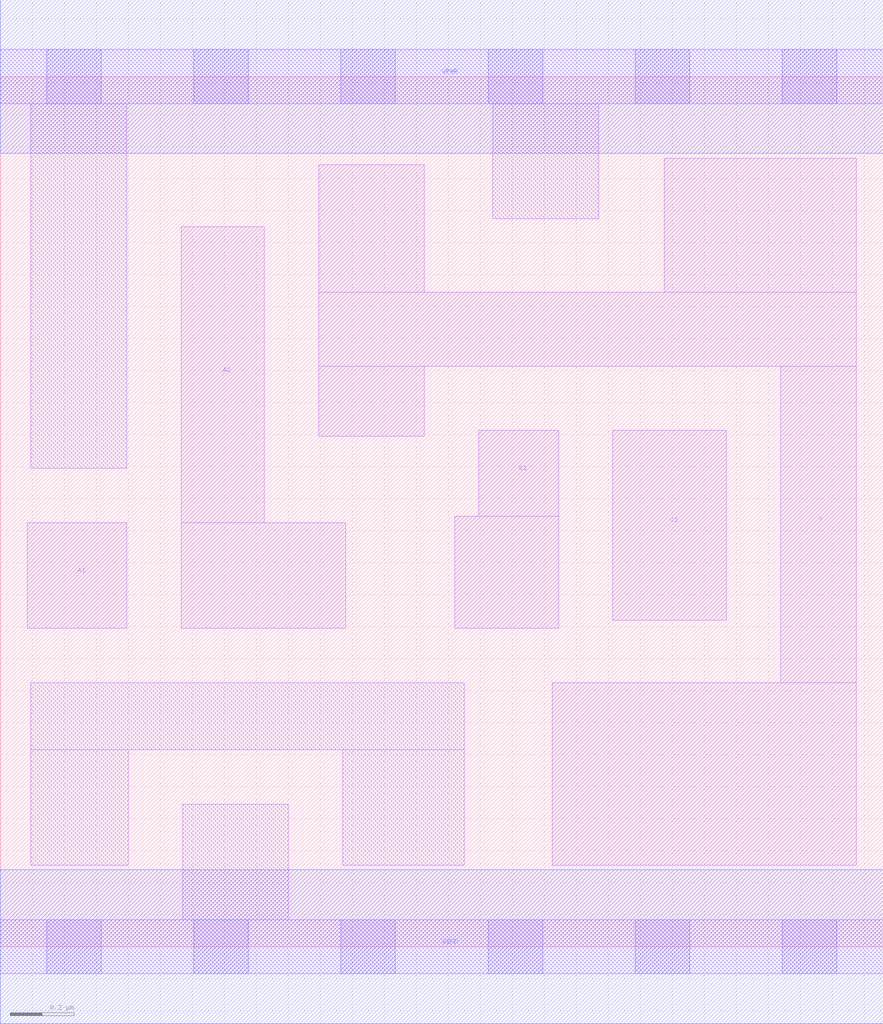
<source format=lef>
# Copyright 2020 The SkyWater PDK Authors
#
# Licensed under the Apache License, Version 2.0 (the "License");
# you may not use this file except in compliance with the License.
# You may obtain a copy of the License at
#
#     https://www.apache.org/licenses/LICENSE-2.0
#
# Unless required by applicable law or agreed to in writing, software
# distributed under the License is distributed on an "AS IS" BASIS,
# WITHOUT WARRANTIES OR CONDITIONS OF ANY KIND, either express or implied.
# See the License for the specific language governing permissions and
# limitations under the License.
#
# SPDX-License-Identifier: Apache-2.0

VERSION 5.7 ;
  NOWIREEXTENSIONATPIN ON ;
  DIVIDERCHAR "/" ;
  BUSBITCHARS "[]" ;
UNITS
  DATABASE MICRONS 200 ;
END UNITS
PROPERTYDEFINITIONS
  MACRO maskLayoutSubType STRING ;
  MACRO prCellType STRING ;
  MACRO originalViewName STRING ;
END PROPERTYDEFINITIONS
MACRO sky130_fd_sc_hdll__o211ai_1
  CLASS CORE ;
  FOREIGN sky130_fd_sc_hdll__o211ai_1 ;
  ORIGIN  0.000000  0.000000 ;
  SIZE  2.760000 BY  2.720000 ;
  SYMMETRY X Y R90 ;
  SITE unithd ;
  PIN A1
    ANTENNAGATEAREA  0.277500 ;
    DIRECTION INPUT ;
    USE SIGNAL ;
    PORT
      LAYER li1 ;
        RECT 0.085000 0.995000 0.395000 1.325000 ;
    END
  END A1
  PIN A2
    ANTENNAGATEAREA  0.277500 ;
    DIRECTION INPUT ;
    USE SIGNAL ;
    PORT
      LAYER li1 ;
        RECT 0.565000 0.995000 1.080000 1.325000 ;
        RECT 0.565000 1.325000 0.825000 2.250000 ;
    END
  END A2
  PIN B1
    ANTENNAGATEAREA  0.277500 ;
    DIRECTION INPUT ;
    USE SIGNAL ;
    PORT
      LAYER li1 ;
        RECT 1.420000 0.995000 1.745000 1.345000 ;
        RECT 1.495000 1.345000 1.745000 1.615000 ;
    END
  END B1
  PIN C1
    ANTENNAGATEAREA  0.277500 ;
    DIRECTION INPUT ;
    USE SIGNAL ;
    PORT
      LAYER li1 ;
        RECT 1.915000 1.020000 2.270000 1.615000 ;
    END
  END C1
  PIN Y
    ANTENNADIFFAREA  1.297000 ;
    DIRECTION OUTPUT ;
    USE SIGNAL ;
    PORT
      LAYER li1 ;
        RECT 0.995000 1.595000 1.325000 1.815000 ;
        RECT 0.995000 1.815000 2.675000 2.045000 ;
        RECT 0.995000 2.045000 1.325000 2.445000 ;
        RECT 1.725000 0.255000 2.675000 0.825000 ;
        RECT 2.075000 2.045000 2.675000 2.465000 ;
        RECT 2.440000 0.825000 2.675000 1.815000 ;
    END
  END Y
  PIN VGND
    DIRECTION INOUT ;
    USE GROUND ;
    PORT
      LAYER met1 ;
        RECT 0.000000 -0.240000 2.760000 0.240000 ;
    END
  END VGND
  PIN VPWR
    DIRECTION INOUT ;
    USE POWER ;
    PORT
      LAYER met1 ;
        RECT 0.000000 2.480000 2.760000 2.960000 ;
    END
  END VPWR
  OBS
    LAYER li1 ;
      RECT 0.000000 -0.085000 2.760000 0.085000 ;
      RECT 0.000000  2.635000 2.760000 2.805000 ;
      RECT 0.095000  0.255000 0.400000 0.615000 ;
      RECT 0.095000  0.615000 1.450000 0.825000 ;
      RECT 0.095000  1.495000 0.395000 2.635000 ;
      RECT 0.570000  0.085000 0.900000 0.445000 ;
      RECT 1.070000  0.255000 1.450000 0.615000 ;
      RECT 1.540000  2.275000 1.870000 2.635000 ;
    LAYER mcon ;
      RECT 0.145000 -0.085000 0.315000 0.085000 ;
      RECT 0.145000  2.635000 0.315000 2.805000 ;
      RECT 0.605000 -0.085000 0.775000 0.085000 ;
      RECT 0.605000  2.635000 0.775000 2.805000 ;
      RECT 1.065000 -0.085000 1.235000 0.085000 ;
      RECT 1.065000  2.635000 1.235000 2.805000 ;
      RECT 1.525000 -0.085000 1.695000 0.085000 ;
      RECT 1.525000  2.635000 1.695000 2.805000 ;
      RECT 1.985000 -0.085000 2.155000 0.085000 ;
      RECT 1.985000  2.635000 2.155000 2.805000 ;
      RECT 2.445000 -0.085000 2.615000 0.085000 ;
      RECT 2.445000  2.635000 2.615000 2.805000 ;
  END
  PROPERTY maskLayoutSubType "abstract" ;
  PROPERTY prCellType "standard" ;
  PROPERTY originalViewName "layout" ;
END sky130_fd_sc_hdll__o211ai_1
END LIBRARY

</source>
